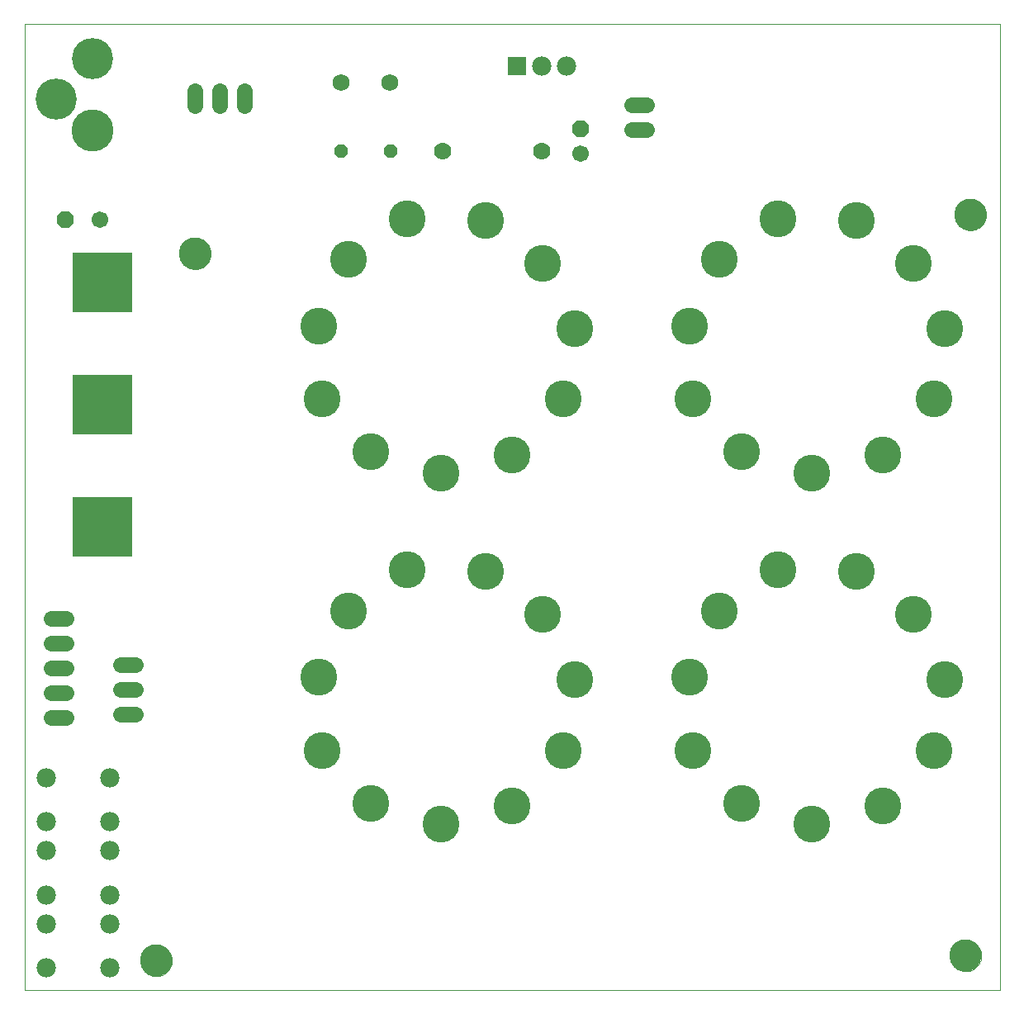
<source format=gbs>
G75*
%MOIN*%
%OFA0B0*%
%FSLAX24Y24*%
%IPPOS*%
%LPD*%
%AMOC8*
5,1,8,0,0,1.08239X$1,22.5*
%
%ADD10C,0.0000*%
%ADD11C,0.1300*%
%ADD12C,0.1490*%
%ADD13R,0.2430X0.2430*%
%ADD14C,0.0640*%
%ADD15C,0.1700*%
%ADD16C,0.1660*%
%ADD17R,0.0780X0.0780*%
%ADD18C,0.0780*%
%ADD19OC8,0.0670*%
%ADD20C,0.0670*%
%ADD21OC8,0.0560*%
%ADD22C,0.0700*%
%ADD23C,0.0690*%
D10*
X000927Y000574D02*
X000927Y039550D01*
X040297Y039550D01*
X040297Y000574D01*
X000927Y000574D01*
X005612Y001755D02*
X005614Y001805D01*
X005620Y001855D01*
X005630Y001904D01*
X005644Y001952D01*
X005661Y001999D01*
X005682Y002044D01*
X005707Y002088D01*
X005735Y002129D01*
X005767Y002168D01*
X005801Y002205D01*
X005838Y002239D01*
X005878Y002269D01*
X005920Y002296D01*
X005964Y002320D01*
X006010Y002341D01*
X006057Y002357D01*
X006105Y002370D01*
X006155Y002379D01*
X006204Y002384D01*
X006255Y002385D01*
X006305Y002382D01*
X006354Y002375D01*
X006403Y002364D01*
X006451Y002349D01*
X006497Y002331D01*
X006542Y002309D01*
X006585Y002283D01*
X006626Y002254D01*
X006665Y002222D01*
X006701Y002187D01*
X006733Y002149D01*
X006763Y002109D01*
X006790Y002066D01*
X006813Y002022D01*
X006832Y001976D01*
X006848Y001928D01*
X006860Y001879D01*
X006868Y001830D01*
X006872Y001780D01*
X006872Y001730D01*
X006868Y001680D01*
X006860Y001631D01*
X006848Y001582D01*
X006832Y001534D01*
X006813Y001488D01*
X006790Y001444D01*
X006763Y001401D01*
X006733Y001361D01*
X006701Y001323D01*
X006665Y001288D01*
X006626Y001256D01*
X006585Y001227D01*
X006542Y001201D01*
X006497Y001179D01*
X006451Y001161D01*
X006403Y001146D01*
X006354Y001135D01*
X006305Y001128D01*
X006255Y001125D01*
X006204Y001126D01*
X006155Y001131D01*
X006105Y001140D01*
X006057Y001153D01*
X006010Y001169D01*
X005964Y001190D01*
X005920Y001214D01*
X005878Y001241D01*
X005838Y001271D01*
X005801Y001305D01*
X005767Y001342D01*
X005735Y001381D01*
X005707Y001422D01*
X005682Y001466D01*
X005661Y001511D01*
X005644Y001558D01*
X005630Y001606D01*
X005620Y001655D01*
X005614Y001705D01*
X005612Y001755D01*
X007187Y030298D02*
X007189Y030348D01*
X007195Y030398D01*
X007205Y030447D01*
X007219Y030495D01*
X007236Y030542D01*
X007257Y030587D01*
X007282Y030631D01*
X007310Y030672D01*
X007342Y030711D01*
X007376Y030748D01*
X007413Y030782D01*
X007453Y030812D01*
X007495Y030839D01*
X007539Y030863D01*
X007585Y030884D01*
X007632Y030900D01*
X007680Y030913D01*
X007730Y030922D01*
X007779Y030927D01*
X007830Y030928D01*
X007880Y030925D01*
X007929Y030918D01*
X007978Y030907D01*
X008026Y030892D01*
X008072Y030874D01*
X008117Y030852D01*
X008160Y030826D01*
X008201Y030797D01*
X008240Y030765D01*
X008276Y030730D01*
X008308Y030692D01*
X008338Y030652D01*
X008365Y030609D01*
X008388Y030565D01*
X008407Y030519D01*
X008423Y030471D01*
X008435Y030422D01*
X008443Y030373D01*
X008447Y030323D01*
X008447Y030273D01*
X008443Y030223D01*
X008435Y030174D01*
X008423Y030125D01*
X008407Y030077D01*
X008388Y030031D01*
X008365Y029987D01*
X008338Y029944D01*
X008308Y029904D01*
X008276Y029866D01*
X008240Y029831D01*
X008201Y029799D01*
X008160Y029770D01*
X008117Y029744D01*
X008072Y029722D01*
X008026Y029704D01*
X007978Y029689D01*
X007929Y029678D01*
X007880Y029671D01*
X007830Y029668D01*
X007779Y029669D01*
X007730Y029674D01*
X007680Y029683D01*
X007632Y029696D01*
X007585Y029712D01*
X007539Y029733D01*
X007495Y029757D01*
X007453Y029784D01*
X007413Y029814D01*
X007376Y029848D01*
X007342Y029885D01*
X007310Y029924D01*
X007282Y029965D01*
X007257Y030009D01*
X007236Y030054D01*
X007219Y030101D01*
X007205Y030149D01*
X007195Y030198D01*
X007189Y030248D01*
X007187Y030298D01*
X038486Y031873D02*
X038488Y031923D01*
X038494Y031973D01*
X038504Y032022D01*
X038518Y032070D01*
X038535Y032117D01*
X038556Y032162D01*
X038581Y032206D01*
X038609Y032247D01*
X038641Y032286D01*
X038675Y032323D01*
X038712Y032357D01*
X038752Y032387D01*
X038794Y032414D01*
X038838Y032438D01*
X038884Y032459D01*
X038931Y032475D01*
X038979Y032488D01*
X039029Y032497D01*
X039078Y032502D01*
X039129Y032503D01*
X039179Y032500D01*
X039228Y032493D01*
X039277Y032482D01*
X039325Y032467D01*
X039371Y032449D01*
X039416Y032427D01*
X039459Y032401D01*
X039500Y032372D01*
X039539Y032340D01*
X039575Y032305D01*
X039607Y032267D01*
X039637Y032227D01*
X039664Y032184D01*
X039687Y032140D01*
X039706Y032094D01*
X039722Y032046D01*
X039734Y031997D01*
X039742Y031948D01*
X039746Y031898D01*
X039746Y031848D01*
X039742Y031798D01*
X039734Y031749D01*
X039722Y031700D01*
X039706Y031652D01*
X039687Y031606D01*
X039664Y031562D01*
X039637Y031519D01*
X039607Y031479D01*
X039575Y031441D01*
X039539Y031406D01*
X039500Y031374D01*
X039459Y031345D01*
X039416Y031319D01*
X039371Y031297D01*
X039325Y031279D01*
X039277Y031264D01*
X039228Y031253D01*
X039179Y031246D01*
X039129Y031243D01*
X039078Y031244D01*
X039029Y031249D01*
X038979Y031258D01*
X038931Y031271D01*
X038884Y031287D01*
X038838Y031308D01*
X038794Y031332D01*
X038752Y031359D01*
X038712Y031389D01*
X038675Y031423D01*
X038641Y031460D01*
X038609Y031499D01*
X038581Y031540D01*
X038556Y031584D01*
X038535Y031629D01*
X038518Y031676D01*
X038504Y031724D01*
X038494Y031773D01*
X038488Y031823D01*
X038486Y031873D01*
X038290Y001952D02*
X038292Y002002D01*
X038298Y002052D01*
X038308Y002101D01*
X038322Y002149D01*
X038339Y002196D01*
X038360Y002241D01*
X038385Y002285D01*
X038413Y002326D01*
X038445Y002365D01*
X038479Y002402D01*
X038516Y002436D01*
X038556Y002466D01*
X038598Y002493D01*
X038642Y002517D01*
X038688Y002538D01*
X038735Y002554D01*
X038783Y002567D01*
X038833Y002576D01*
X038882Y002581D01*
X038933Y002582D01*
X038983Y002579D01*
X039032Y002572D01*
X039081Y002561D01*
X039129Y002546D01*
X039175Y002528D01*
X039220Y002506D01*
X039263Y002480D01*
X039304Y002451D01*
X039343Y002419D01*
X039379Y002384D01*
X039411Y002346D01*
X039441Y002306D01*
X039468Y002263D01*
X039491Y002219D01*
X039510Y002173D01*
X039526Y002125D01*
X039538Y002076D01*
X039546Y002027D01*
X039550Y001977D01*
X039550Y001927D01*
X039546Y001877D01*
X039538Y001828D01*
X039526Y001779D01*
X039510Y001731D01*
X039491Y001685D01*
X039468Y001641D01*
X039441Y001598D01*
X039411Y001558D01*
X039379Y001520D01*
X039343Y001485D01*
X039304Y001453D01*
X039263Y001424D01*
X039220Y001398D01*
X039175Y001376D01*
X039129Y001358D01*
X039081Y001343D01*
X039032Y001332D01*
X038983Y001325D01*
X038933Y001322D01*
X038882Y001323D01*
X038833Y001328D01*
X038783Y001337D01*
X038735Y001350D01*
X038688Y001366D01*
X038642Y001387D01*
X038598Y001411D01*
X038556Y001438D01*
X038516Y001468D01*
X038479Y001502D01*
X038445Y001539D01*
X038413Y001578D01*
X038385Y001619D01*
X038360Y001663D01*
X038339Y001708D01*
X038322Y001755D01*
X038308Y001803D01*
X038298Y001852D01*
X038292Y001902D01*
X038290Y001952D01*
D11*
X038920Y001952D03*
X039116Y031873D03*
X007817Y030298D03*
X006242Y001755D03*
D12*
X012948Y010246D03*
X014912Y008114D03*
X017747Y007275D03*
X020618Y007996D03*
X022674Y010244D03*
X023129Y013094D03*
X021838Y015717D03*
X019542Y017462D03*
X016380Y017523D03*
X014018Y015882D03*
X012812Y013192D03*
X017747Y021448D03*
X014912Y022287D03*
X012948Y024419D03*
X012812Y027365D03*
X014018Y030055D03*
X016380Y031697D03*
X019542Y031635D03*
X021838Y029890D03*
X023129Y027267D03*
X022674Y024418D03*
X020618Y022169D03*
X027773Y027365D03*
X028979Y030055D03*
X031341Y031697D03*
X034503Y031635D03*
X036799Y029890D03*
X038090Y027267D03*
X037635Y024418D03*
X035579Y022169D03*
X032708Y021448D03*
X029872Y022287D03*
X027909Y024419D03*
X031341Y017523D03*
X028979Y015882D03*
X027773Y013192D03*
X027909Y010246D03*
X029872Y008114D03*
X032708Y007275D03*
X035579Y007996D03*
X037635Y010244D03*
X038090Y013094D03*
X036799Y015717D03*
X034503Y017462D03*
D13*
X004077Y019274D03*
X004077Y024196D03*
X004077Y029117D03*
D14*
X007801Y036282D02*
X007801Y036882D01*
X008801Y036882D02*
X008801Y036282D01*
X009801Y036282D02*
X009801Y036882D01*
X025431Y036310D02*
X026031Y036310D01*
X026031Y035310D02*
X025431Y035310D01*
X005401Y013700D02*
X004801Y013700D01*
X004801Y012700D02*
X005401Y012700D01*
X005401Y011700D02*
X004801Y011700D01*
X002605Y011566D02*
X002005Y011566D01*
X002005Y012566D02*
X002605Y012566D01*
X002605Y013566D02*
X002005Y013566D01*
X002005Y014566D02*
X002605Y014566D01*
X002605Y015566D02*
X002005Y015566D01*
D15*
X003683Y035267D03*
D16*
X002202Y036519D03*
X003673Y038150D03*
D17*
X020794Y037855D03*
D18*
X021794Y037855D03*
X022794Y037855D03*
X004373Y009141D03*
X004373Y007361D03*
X004373Y006188D03*
X004373Y004408D03*
X004373Y003235D03*
X004373Y001455D03*
X001813Y001455D03*
X001813Y003235D03*
X001813Y004408D03*
X001813Y006188D03*
X001813Y007361D03*
X001813Y009141D03*
D19*
X002590Y031676D03*
X023368Y035326D03*
D20*
X023368Y034326D03*
X003990Y031676D03*
D21*
X013707Y034432D03*
X015707Y034432D03*
D22*
X017825Y034432D03*
X021825Y034432D03*
D23*
X015692Y037188D03*
X013722Y037188D03*
M02*

</source>
